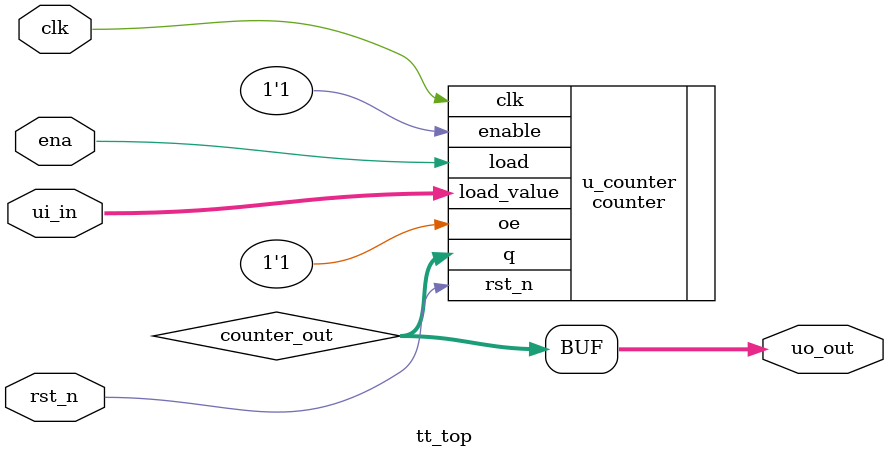
<source format=v>
module tt_top (
    input  wire        clk,
    input  wire        rst_n,
    input  wire        ena,
    input  wire [7:0]  ui_in,
    output wire [7:0]  uo_out
);

    wire [7:0] counter_out;

    counter u_counter (
        .clk(clk),
        .rst_n(rst_n),
        .load(ena),
        .load_value(ui_in),
        .enable(1'b1),
        .oe(1'b1),
        .q(counter_out)
    );

    assign uo_out = counter_out;

endmodule

</source>
